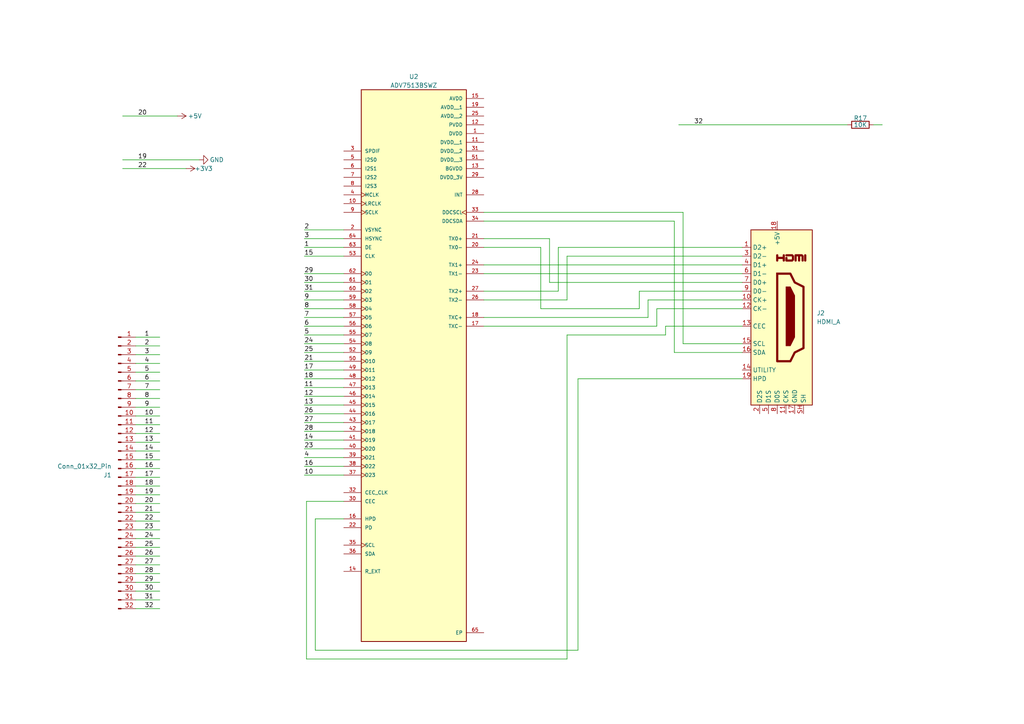
<source format=kicad_sch>
(kicad_sch (version 20230121) (generator eeschema)
  (paper "A4")
  (lib_symbols
    (symbol "Connector:Conn_01x32_Pin" (pin_names (offset 1.016) hide)
      (property "Reference" "J" (at 0 40.64 0))
      (property "Value" "Conn_01x32_Pin" (at 0 -43.18 0))
      (symbol "Conn_01x32_Pin_1_1"
        (polyline (pts (xy 1.27 -40.64) (xy 0.8636 -40.64)) (stroke (width 0.1524)))
        (polyline (pts (xy 1.27 -38.1) (xy 0.8636 -38.1)) (stroke (width 0.1524)))
        (polyline (pts (xy 1.27 -35.56) (xy 0.8636 -35.56)) (stroke (width 0.1524)))
        (polyline (pts (xy 1.27 -33.02) (xy 0.8636 -33.02)) (stroke (width 0.1524)))
        (polyline (pts (xy 1.27 -30.48) (xy 0.8636 -30.48)) (stroke (width 0.1524)))
        (polyline (pts (xy 1.27 -27.94) (xy 0.8636 -27.94)) (stroke (width 0.1524)))
        (polyline (pts (xy 1.27 -25.4) (xy 0.8636 -25.4)) (stroke (width 0.1524)))
        (polyline (pts (xy 1.27 -22.86) (xy 0.8636 -22.86)) (stroke (width 0.1524)))
        (polyline (pts (xy 1.27 -20.32) (xy 0.8636 -20.32)) (stroke (width 0.1524)))
        (polyline (pts (xy 1.27 -17.78) (xy 0.8636 -17.78)) (stroke (width 0.1524)))
        (polyline (pts (xy 1.27 -15.24) (xy 0.8636 -15.24)) (stroke (width 0.1524)))
        (polyline (pts (xy 1.27 -12.7) (xy 0.8636 -12.7)) (stroke (width 0.1524)))
        (polyline (pts (xy 1.27 -10.16) (xy 0.8636 -10.16)) (stroke (width 0.1524)))
        (polyline (pts (xy 1.27 -7.62) (xy 0.8636 -7.62)) (stroke (width 0.1524)))
        (polyline (pts (xy 1.27 -5.08) (xy 0.8636 -5.08)) (stroke (width 0.1524)))
        (polyline (pts (xy 1.27 -2.54) (xy 0.8636 -2.54)) (stroke (width 0.1524)))
        (polyline (pts (xy 1.27 0) (xy 0.8636 0)) (stroke (width 0.1524)))
        (polyline (pts (xy 1.27 2.54) (xy 0.8636 2.54)) (stroke (width 0.1524)))
        (polyline (pts (xy 1.27 5.08) (xy 0.8636 5.08)) (stroke (width 0.1524)))
        (polyline (pts (xy 1.27 7.62) (xy 0.8636 7.62)) (stroke (width 0.1524)))
        (polyline (pts (xy 1.27 10.16) (xy 0.8636 10.16)) (stroke (width 0.1524)))
        (polyline (pts (xy 1.27 12.7) (xy 0.8636 12.7)) (stroke (width 0.1524)))
        (polyline (pts (xy 1.27 15.24) (xy 0.8636 15.24)) (stroke (width 0.1524)))
        (polyline (pts (xy 1.27 17.78) (xy 0.8636 17.78)) (stroke (width 0.1524)))
        (polyline (pts (xy 1.27 20.32) (xy 0.8636 20.32)) (stroke (width 0.1524)))
        (polyline (pts (xy 1.27 22.86) (xy 0.8636 22.86)) (stroke (width 0.1524)))
        (polyline (pts (xy 1.27 25.4) (xy 0.8636 25.4)) (stroke (width 0.1524)))
        (polyline (pts (xy 1.27 27.94) (xy 0.8636 27.94)) (stroke (width 0.1524)))
        (polyline (pts (xy 1.27 30.48) (xy 0.8636 30.48)) (stroke (width 0.1524)))
        (polyline (pts (xy 1.27 33.02) (xy 0.8636 33.02)) (stroke (width 0.1524)))
        (polyline (pts (xy 1.27 35.56) (xy 0.8636 35.56)) (stroke (width 0.1524)))
        (polyline (pts (xy 1.27 38.1) (xy 0.8636 38.1)) (stroke (width 0.1524)))
        (rectangle (start 0.8636 -40.513) (end 0 -40.767) (stroke (width 0.1524)) (fill (type outline)))
        (rectangle (start 0.8636 -37.973) (end 0 -38.227) (stroke (width 0.1524)) (fill (type outline)))
        (rectangle (start 0.8636 -35.433) (end 0 -35.687) (stroke (width 0.1524)) (fill (type outline)))
        (rectangle (start 0.8636 -32.893) (end 0 -33.147) (stroke (width 0.1524)) (fill (type outline)))
        (rectangle (start 0.8636 -30.353) (end 0 -30.607) (stroke (width 0.1524)) (fill (type outline)))
        (rectangle (start 0.8636 -27.813) (end 0 -28.067) (stroke (width 0.1524)) (fill (type outline)))
        (rectangle (start 0.8636 -25.273) (end 0 -25.527) (stroke (width 0.1524)) (fill (type outline)))
        (rectangle (start 0.8636 -22.733) (end 0 -22.987) (stroke (width 0.1524)) (fill (type outline)))
        (rectangle (start 0.8636 -20.193) (end 0 -20.447) (stroke (width 0.1524)) (fill (type outline)))
        (rectangle (start 0.8636 -17.653) (end 0 -17.907) (stroke (width 0.1524)) (fill (type outline)))
        (rectangle (start 0.8636 -15.113) (end 0 -15.367) (stroke (width 0.1524)) (fill (type outline)))
        (rectangle (start 0.8636 -12.573) (end 0 -12.827) (stroke (width 0.1524)) (fill (type outline)))
        (rectangle (start 0.8636 -10.033) (end 0 -10.287) (stroke (width 0.1524)) (fill (type outline)))
        (rectangle (start 0.8636 -7.493) (end 0 -7.747) (stroke (width 0.1524)) (fill (type outline)))
        (rectangle (start 0.8636 -4.953) (end 0 -5.207) (stroke (width 0.1524)) (fill (type outline)))
        (rectangle (start 0.8636 -2.413) (end 0 -2.667) (stroke (width 0.1524)) (fill (type outline)))
        (rectangle (start 0.8636 0.127) (end 0 -0.127) (stroke (width 0.1524)) (fill (type outline)))
        (rectangle (start 0.8636 2.667) (end 0 2.413) (stroke (width 0.1524)) (fill (type outline)))
        (rectangle (start 0.8636 5.207) (end 0 4.953) (stroke (width 0.1524)) (fill (type outline)))
        (rectangle (start 0.8636 7.747) (end 0 7.493) (stroke (width 0.1524)) (fill (type outline)))
        (rectangle (start 0.8636 10.287) (end 0 10.033) (stroke (width 0.1524)) (fill (type outline)))
        (rectangle (start 0.8636 12.827) (end 0 12.573) (stroke (width 0.1524)) (fill (type outline)))
        (rectangle (start 0.8636 15.367) (end 0 15.113) (stroke (width 0.1524)) (fill (type outline)))
        (rectangle (start 0.8636 17.907) (end 0 17.653) (stroke (width 0.1524)) (fill (type outline)))
        (rectangle (start 0.8636 20.447) (end 0 20.193) (stroke (width 0.1524)) (fill (type outline)))
        (rectangle (start 0.8636 22.987) (end 0 22.733) (stroke (width 0.1524)) (fill (type outline)))
        (rectangle (start 0.8636 25.527) (end 0 25.273) (stroke (width 0.1524)) (fill (type outline)))
        (rectangle (start 0.8636 28.067) (end 0 27.813) (stroke (width 0.1524)) (fill (type outline)))
        (rectangle (start 0.8636 30.607) (end 0 30.353) (stroke (width 0.1524)) (fill (type outline)))
        (rectangle (start 0.8636 33.147) (end 0 32.893) (stroke (width 0.1524)) (fill (type outline)))
        (rectangle (start 0.8636 35.687) (end 0 35.433) (stroke (width 0.1524)) (fill (type outline)))
        (rectangle (start 0.8636 38.227) (end 0 37.973) (stroke (width 0.1524)) (fill (type outline)))
        (pin passive line (at 5.08 38.1 180) (length 3.81) (name "Pin_1") (number "1"))
        (pin passive line (at 5.08 15.24 180) (length 3.81) (name "Pin_10") (number "10"))
        (pin passive line (at 5.08 12.7 180) (length 3.81) (name "Pin_11") (number "11"))
        (pin passive line (at 5.08 10.16 180) (length 3.81) (name "Pin_12") (number "12"))
        (pin passive line (at 5.08 7.62 180) (length 3.81) (name "Pin_13") (number "13"))
        (pin passive line (at 5.08 5.08 180) (length 3.81) (name "Pin_14") (number "14"))
        (pin passive line (at 5.08 2.54 180) (length 3.81) (name "Pin_15") (number "15"))
        (pin passive line (at 5.08 0 180) (length 3.81) (name "Pin_16") (number "16"))
        (pin passive line (at 5.08 -2.54 180) (length 3.81) (name "Pin_17") (number "17"))
        (pin passive line (at 5.08 -5.08 180) (length 3.81) (name "Pin_18") (number "18"))
        (pin passive line (at 5.08 -7.62 180) (length 3.81) (name "Pin_19") (number "19"))
        (pin passive line (at 5.08 35.56 180) (length 3.81) (name "Pin_2") (number "2"))
        (pin passive line (at 5.08 -10.16 180) (length 3.81) (name "Pin_20") (number "20"))
        (pin passive line (at 5.08 -12.7 180) (length 3.81) (name "Pin_21") (number "21"))
        (pin passive line (at 5.08 -15.24 180) (length 3.81) (name "Pin_22") (number "22"))
        (pin passive line (at 5.08 -17.78 180) (length 3.81) (name "Pin_23") (number "23"))
        (pin passive line (at 5.08 -20.32 180) (length 3.81) (name "Pin_24") (number "24"))
        (pin passive line (at 5.08 -22.86 180) (length 3.81) (name "Pin_25") (number "25"))
        (pin passive line (at 5.08 -25.4 180) (length 3.81) (name "Pin_26") (number "26"))
        (pin passive line (at 5.08 -27.94 180) (length 3.81) (name "Pin_27") (number "27"))
        (pin passive line (at 5.08 -30.48 180) (length 3.81) (name "Pin_28") (number "28"))
        (pin passive line (at 5.08 -33.02 180) (length 3.81) (name "Pin_29") (number "29"))
        (pin passive line (at 5.08 33.02 180) (length 3.81) (name "Pin_3") (number "3"))
        (pin passive line (at 5.08 -35.56 180) (length 3.81) (name "Pin_30") (number "30"))
        (pin passive line (at 5.08 -38.1 180) (length 3.81) (name "Pin_31") (number "31"))
        (pin passive line (at 5.08 -40.64 180) (length 3.81) (name "Pin_32") (number "32"))
        (pin passive line (at 5.08 30.48 180) (length 3.81) (name "Pin_4") (number "4"))
        (pin passive line (at 5.08 27.94 180) (length 3.81) (name "Pin_5") (number "5"))
        (pin passive line (at 5.08 25.4 180) (length 3.81) (name "Pin_6") (number "6"))
        (pin passive line (at 5.08 22.86 180) (length 3.81) (name "Pin_7") (number "7"))
        (pin passive line (at 5.08 20.32 180) (length 3.81) (name "Pin_8") (number "8"))
        (pin passive line (at 5.08 17.78 180) (length 3.81) (name "Pin_9") (number "9"))
      )
    )
    (symbol "Connector:HDMI_A"
      (property "Reference" "J" (at -6.35 26.67 0))
      (property "Value" "HDMI_A" (at 10.16 26.67 0))
      (symbol "HDMI_A_0_0"
        (polyline (pts (xy 8.128 16.51) (xy 8.128 18.034)) (stroke (width 0.635)))
        (polyline (pts (xy 0 16.51) (xy 0 18.034) (xy 0 17.272) (xy 1.905 17.272) (xy 1.905 18.034) (xy 1.905 16.51)) (stroke (width 0.635)))
        (polyline (pts (xy 2.667 18.034) (xy 4.318 18.034) (xy 4.572 17.78) (xy 4.572 16.764) (xy 4.318 16.51) (xy 2.667 16.51) (xy 2.667 17.272)) (stroke (width 0.635)))
      )
      (symbol "HDMI_A_0_1"
        (rectangle (start -7.62 25.4) (end 10.16 -25.4) (stroke (width 0.254)) (fill (type background)))
        (polyline (pts (xy 2.54 8.89) (xy 3.81 8.89) (xy 5.08 6.35) (xy 5.08 -5.715) (xy 3.81 -8.255) (xy 2.54 -8.255) (xy 2.54 8.89)) (fill (type outline)))
        (polyline (pts (xy 5.334 16.51) (xy 5.334 18.034) (xy 6.35 18.034) (xy 6.35 16.51) (xy 6.35 18.034) (xy 7.112 18.034) (xy 7.366 17.78) (xy 7.366 16.51)) (stroke (width 0.635)))
        (polyline (pts (xy 0 12.7) (xy 0 -12.7) (xy 3.81 -12.7) (xy 5.08 -10.16) (xy 7.62 -8.89) (xy 7.62 8.89) (xy 5.08 10.16) (xy 3.81 12.7) (xy 0 12.7)) (stroke (width 0.635)))
      )
      (symbol "HDMI_A_1_1"
        (pin passive line (at -10.16 20.32 0) (length 2.54) (name "D2+") (number "1"))
        (pin passive line (at -10.16 5.08 0) (length 2.54) (name "CK+") (number "10"))
        (pin power_in line (at 2.54 -27.94 90) (length 2.54) (name "CKS") (number "11"))
        (pin passive line (at -10.16 2.54 0) (length 2.54) (name "CK-") (number "12"))
        (pin bidirectional line (at -10.16 -2.54 0) (length 2.54) (name "CEC") (number "13"))
        (pin passive line (at -10.16 -15.24 0) (length 2.54) (name "UTILITY") (number "14"))
        (pin passive line (at -10.16 -7.62 0) (length 2.54) (name "SCL") (number "15"))
        (pin bidirectional line (at -10.16 -10.16 0) (length 2.54) (name "SDA") (number "16"))
        (pin power_in line (at 5.08 -27.94 90) (length 2.54) (name "GND") (number "17"))
        (pin power_in line (at 0 27.94 270) (length 2.54) (name "+5V") (number "18"))
        (pin passive line (at -10.16 -17.78 0) (length 2.54) (name "HPD") (number "19"))
        (pin power_in line (at -5.08 -27.94 90) (length 2.54) (name "D2S") (number "2"))
        (pin passive line (at -10.16 17.78 0) (length 2.54) (name "D2-") (number "3"))
        (pin passive line (at -10.16 15.24 0) (length 2.54) (name "D1+") (number "4"))
        (pin power_in line (at -2.54 -27.94 90) (length 2.54) (name "D1S") (number "5"))
        (pin passive line (at -10.16 12.7 0) (length 2.54) (name "D1-") (number "6"))
        (pin passive line (at -10.16 10.16 0) (length 2.54) (name "D0+") (number "7"))
        (pin power_in line (at 0 -27.94 90) (length 2.54) (name "D0S") (number "8"))
        (pin passive line (at -10.16 7.62 0) (length 2.54) (name "D0-") (number "9"))
        (pin passive line (at 7.62 -27.94 90) (length 2.54) (name "SH") (number "SH"))
      )
    )
    (symbol "Device:R" (pin_numbers hide) (pin_names (offset 0))
      (property "Reference" "R" (at 2.032 0 90))
      (property "Value" "R" (at 0 0 90))
      (symbol "R_0_1"
        (rectangle (start -1.016 -2.54) (end 1.016 2.54) (stroke (width 0.254)))
      )
      (symbol "R_1_1"
        (pin passive line (at 0 3.81 270) (length 1.27) (name "~") (number "1"))
        (pin passive line (at 0 -3.81 90) (length 1.27) (name "~") (number "2"))
      )
    )
    (symbol "advv:ADV7513BSWZ" (pin_names (offset 1.016))
      (property "Reference" "U" (at -15.24 73.66 0))
      (property "Value" "ADV7513BSWZ" (at -15.24 -88.9 0))
      (symbol "ADV7513BSWZ_0_0"
        (rectangle (start -15.24 -86.36) (end 15.24 73.66) (stroke (width 0.254)) (fill (type background)))
        (pin power_in line (at 20.32 60.96 180) (length 5.08) (name "DVDD") (number "1"))
        (pin input clock (at -20.32 40.64 0) (length 5.08) (name "LRCLK") (number "10"))
        (pin power_in line (at 20.32 58.42 180) (length 5.08) (name "DVDD__1") (number "11"))
        (pin power_in line (at 20.32 63.5 180) (length 5.08) (name "PVDD") (number "12"))
        (pin power_in line (at 20.32 50.8 180) (length 5.08) (name "BGVDD") (number "13"))
        (pin bidirectional line (at -20.32 -66.04 0) (length 5.08) (name "R_EXT") (number "14"))
        (pin power_in line (at 20.32 71.12 180) (length 5.08) (name "AVDD") (number "15"))
        (pin input line (at -20.32 -50.8 0) (length 5.08) (name "HPD") (number "16"))
        (pin output line (at 20.32 5.08 180) (length 5.08) (name "TXC−") (number "17"))
        (pin output line (at 20.32 7.62 180) (length 5.08) (name "TXC+") (number "18"))
        (pin power_in line (at 20.32 68.58 180) (length 5.08) (name "AVDD__1") (number "19"))
        (pin input line (at -20.32 33.02 0) (length 5.08) (name "VSYNC") (number "2"))
        (pin output line (at 20.32 27.94 180) (length 5.08) (name "TX0−") (number "20"))
        (pin output line (at 20.32 30.48 180) (length 5.08) (name "TX0+") (number "21"))
        (pin input line (at -20.32 -53.34 0) (length 5.08) (name "PD") (number "22"))
        (pin output line (at 20.32 20.32 180) (length 5.08) (name "TX1−") (number "23"))
        (pin output line (at 20.32 22.86 180) (length 5.08) (name "TX1+") (number "24"))
        (pin power_in line (at 20.32 66.04 180) (length 5.08) (name "AVDD__2") (number "25"))
        (pin output line (at 20.32 12.7 180) (length 5.08) (name "TX2−") (number "26"))
        (pin output line (at 20.32 15.24 180) (length 5.08) (name "TX2+") (number "27"))
        (pin output line (at 20.32 43.18 180) (length 5.08) (name "INT") (number "28"))
        (pin power_in line (at 20.32 48.26 180) (length 5.08) (name "DVDD_3V") (number "29"))
        (pin input line (at -20.32 55.88 0) (length 5.08) (name "SPDIF") (number "3"))
        (pin bidirectional line (at -20.32 -45.72 0) (length 5.08) (name "CEC") (number "30"))
        (pin power_in line (at 20.32 55.88 180) (length 5.08) (name "DVDD__2") (number "31"))
        (pin input line (at -20.32 -43.18 0) (length 5.08) (name "CEC_CLK") (number "32"))
        (pin output clock (at 20.32 38.1 180) (length 5.08) (name "DDCSCL") (number "33"))
        (pin bidirectional line (at 20.32 35.56 180) (length 5.08) (name "DDCSDA") (number "34"))
        (pin input clock (at -20.32 -58.42 0) (length 5.08) (name "SCL") (number "35"))
        (pin bidirectional line (at -20.32 -60.96 0) (length 5.08) (name "SDA") (number "36"))
        (pin input clock (at -20.32 -38.1 0) (length 5.08) (name "D23") (number "37"))
        (pin input clock (at -20.32 -35.56 0) (length 5.08) (name "D22") (number "38"))
        (pin input clock (at -20.32 -33.02 0) (length 5.08) (name "D21") (number "39"))
        (pin input clock (at -20.32 43.18 0) (length 5.08) (name "MCLK") (number "4"))
        (pin input clock (at -20.32 -30.48 0) (length 5.08) (name "D20") (number "40"))
        (pin input clock (at -20.32 -27.94 0) (length 5.08) (name "D19") (number "41"))
        (pin input clock (at -20.32 -25.4 0) (length 5.08) (name "D18") (number "42"))
        (pin input clock (at -20.32 -22.86 0) (length 5.08) (name "D17") (number "43"))
        (pin input clock (at -20.32 -20.32 0) (length 5.08) (name "D16") (number "44"))
        (pin input clock (at -20.32 -17.78 0) (length 5.08) (name "D15") (number "45"))
        (pin input clock (at -20.32 -15.24 0) (length 5.08) (name "D14") (number "46"))
        (pin input clock (at -20.32 -12.7 0) (length 5.08) (name "D13") (number "47"))
        (pin input clock (at -20.32 -10.16 0) (length 5.08) (name "D12") (number "48"))
        (pin input clock (at -20.32 -7.62 0) (length 5.08) (name "D11") (number "49"))
        (pin input line (at -20.32 53.34 0) (length 5.08) (name "I2S0") (number "5"))
        (pin input clock (at -20.32 -5.08 0) (length 5.08) (name "D10") (number "50"))
        (pin power_in line (at 20.32 53.34 180) (length 5.08) (name "DVDD__3") (number "51"))
        (pin input clock (at -20.32 -2.54 0) (length 5.08) (name "D9") (number "52"))
        (pin input line (at -20.32 25.4 0) (length 5.08) (name "CLK") (number "53"))
        (pin input clock (at -20.32 0 0) (length 5.08) (name "D8") (number "54"))
        (pin input clock (at -20.32 2.54 0) (length 5.08) (name "D7") (number "55"))
        (pin input clock (at -20.32 5.08 0) (length 5.08) (name "D6") (number "56"))
        (pin input clock (at -20.32 7.62 0) (length 5.08) (name "D5") (number "57"))
        (pin input clock (at -20.32 10.16 0) (length 5.08) (name "D4") (number "58"))
        (pin input clock (at -20.32 12.7 0) (length 5.08) (name "D3") (number "59"))
        (pin input line (at -20.32 50.8 0) (length 5.08) (name "I2S1") (number "6"))
        (pin input clock (at -20.32 15.24 0) (length 5.08) (name "D2") (number "60"))
        (pin input clock (at -20.32 17.78 0) (length 5.08) (name "D1") (number "61"))
        (pin input clock (at -20.32 20.32 0) (length 5.08) (name "D0") (number "62"))
        (pin input line (at -20.32 27.94 0) (length 5.08) (name "DE") (number "63"))
        (pin input line (at -20.32 30.48 0) (length 5.08) (name "HSYNC") (number "64"))
        (pin power_in line (at 20.32 -83.82 180) (length 5.08) (name "EP") (number "65"))
        (pin input line (at -20.32 48.26 0) (length 5.08) (name "I2S2") (number "7"))
        (pin input line (at -20.32 45.72 0) (length 5.08) (name "I2S3") (number "8"))
        (pin input clock (at -20.32 38.1 0) (length 5.08) (name "SCLK") (number "9"))
      )
    )
    (symbol "power:+3V3" (power) (pin_names (offset 0))
      (property "Value" "+3V3" (at 0 3.556 0))
      (symbol "+3V3_0_1"
        (polyline (pts (xy -0.762 1.27) (xy 0 2.54)))
        (polyline (pts (xy 0 0) (xy 0 2.54)))
        (polyline (pts (xy 0 2.54) (xy 0.762 1.27)))
      )
      (symbol "+3V3_1_1"
        (pin power_in line (at 0 0 90) (length 0) hide (name "+3V3") (number "1"))
      )
    )
    (symbol "power:+5V" (power) (pin_names (offset 0))
      (property "Value" "+5V" (at 0 3.556 0))
      (symbol "+5V_0_1"
        (polyline (pts (xy -0.762 1.27) (xy 0 2.54)))
        (polyline (pts (xy 0 0) (xy 0 2.54)))
        (polyline (pts (xy 0 2.54) (xy 0.762 1.27)))
      )
      (symbol "+5V_1_1"
        (pin power_in line (at 0 0 90) (length 0) hide (name "+5V") (number "1"))
      )
    )
    (symbol "power:GND" (power) (pin_names (offset 0))
      (property "Value" "GND" (at 0 -3.81 0))
      (symbol "GND_0_1"
        (polyline (pts (xy 0 0) (xy 0 -1.27) (xy 1.27 -1.27) (xy 0 -2.54) (xy -1.27 -1.27) (xy 0 -1.27)))
      )
      (symbol "GND_1_1"
        (pin power_in line (at 0 0 270) (length 0) hide (name "GND") (number "1"))
      )
    )
  )
  (wire (pts (xy 88.265 74.295) (xy 99.695 74.295)))
  (wire (pts (xy 99.695 145.415) (xy 88.9 145.415)))
  (wire (pts (xy 88.265 102.235) (xy 99.695 102.235)))
  (wire (pts (xy 99.695 120.015) (xy 88.265 120.015)))
  (wire (pts (xy 99.695 112.395) (xy 88.265 112.395)))
  (wire (pts (xy 46.355 110.49) (xy 39.37 110.49)))
  (wire (pts (xy 46.355 143.51) (xy 39.37 143.51)))
  (wire (pts (xy 187.96 92.075) (xy 140.335 92.075)))
  (wire (pts (xy 46.355 125.73) (xy 39.37 125.73)))
  (wire (pts (xy 88.265 84.455) (xy 99.695 84.455)))
  (wire (pts (xy 46.355 130.81) (xy 39.37 130.81)))
  (wire (pts (xy 187.96 86.995) (xy 215.265 86.995)))
  (wire (pts (xy 88.265 86.995) (xy 99.695 86.995)))
  (wire (pts (xy 185.42 89.535) (xy 185.42 84.455)))
  (wire (pts (xy 156.845 89.535) (xy 185.42 89.535)))
  (wire (pts (xy 190.5 94.615) (xy 140.335 94.615)))
  (wire (pts (xy 46.355 102.87) (xy 39.37 102.87)))
  (wire (pts (xy 46.355 128.27) (xy 39.37 128.27)))
  (wire (pts (xy 167.64 188.595) (xy 91.44 188.595)))
  (wire (pts (xy 140.335 71.755) (xy 156.845 71.755)))
  (wire (pts (xy 140.335 79.375) (xy 215.265 79.375)))
  (wire (pts (xy 198.12 99.695) (xy 215.265 99.695)))
  (wire (pts (xy 99.695 122.555) (xy 88.265 122.555)))
  (wire (pts (xy 88.265 89.535) (xy 99.695 89.535)))
  (wire (pts (xy 88.265 107.315) (xy 99.695 107.315)))
  (wire (pts (xy 88.265 132.715) (xy 99.695 132.715)))
  (wire (pts (xy 215.265 109.855) (xy 167.64 109.855)))
  (wire (pts (xy 88.265 79.375) (xy 99.695 79.375)))
  (wire (pts (xy 88.265 66.675) (xy 99.695 66.675)))
  (wire (pts (xy 140.335 69.215) (xy 159.385 69.215)))
  (wire (pts (xy 164.465 97.155) (xy 193.04 97.155)))
  (wire (pts (xy 46.355 146.05) (xy 39.37 146.05)))
  (wire (pts (xy 159.385 81.915) (xy 215.265 81.915)))
  (wire (pts (xy 253.365 36.195) (xy 255.905 36.195)))
  (wire (pts (xy 46.355 161.29) (xy 39.37 161.29)))
  (wire (pts (xy 46.355 133.35) (xy 39.37 133.35)))
  (wire (pts (xy 46.355 138.43) (xy 39.37 138.43)))
  (wire (pts (xy 195.58 102.235) (xy 215.265 102.235)))
  (wire (pts (xy 57.785 46.355) (xy 35.56 46.355)))
  (wire (pts (xy 35.56 33.655) (xy 51.435 33.655)))
  (wire (pts (xy 164.465 86.995) (xy 164.465 74.295)))
  (wire (pts (xy 140.335 61.595) (xy 198.12 61.595)))
  (wire (pts (xy 99.695 135.255) (xy 88.265 135.255)))
  (wire (pts (xy 88.265 94.615) (xy 99.695 94.615)))
  (wire (pts (xy 91.44 150.495) (xy 99.695 150.495)))
  (wire (pts (xy 46.355 156.21) (xy 39.37 156.21)))
  (wire (pts (xy 46.355 173.99) (xy 39.37 173.99)))
  (wire (pts (xy 190.5 89.535) (xy 215.265 89.535)))
  (wire (pts (xy 46.355 105.41) (xy 39.37 105.41)))
  (wire (pts (xy 161.925 71.755) (xy 161.925 84.455)))
  (wire (pts (xy 88.9 145.415) (xy 88.9 191.135)))
  (wire (pts (xy 88.265 99.695) (xy 99.695 99.695)))
  (wire (pts (xy 167.64 109.855) (xy 167.64 188.595)))
  (wire (pts (xy 46.355 123.19) (xy 39.37 123.19)))
  (wire (pts (xy 88.265 69.215) (xy 99.695 69.215)))
  (wire (pts (xy 99.695 125.095) (xy 88.265 125.095)))
  (wire (pts (xy 88.265 104.775) (xy 99.695 104.775)))
  (wire (pts (xy 88.265 109.855) (xy 99.695 109.855)))
  (wire (pts (xy 198.12 61.595) (xy 198.12 99.695)))
  (wire (pts (xy 46.355 166.37) (xy 39.37 166.37)))
  (wire (pts (xy 88.265 97.155) (xy 99.695 97.155)))
  (wire (pts (xy 140.335 64.135) (xy 195.58 64.135)))
  (wire (pts (xy 46.355 163.83) (xy 39.37 163.83)))
  (wire (pts (xy 46.355 168.91) (xy 39.37 168.91)))
  (wire (pts (xy 88.265 92.075) (xy 99.695 92.075)))
  (wire (pts (xy 53.975 48.895) (xy 35.56 48.895)))
  (wire (pts (xy 99.695 137.795) (xy 88.265 137.795)))
  (wire (pts (xy 46.355 176.53) (xy 39.37 176.53)))
  (wire (pts (xy 159.385 69.215) (xy 159.385 81.915)))
  (wire (pts (xy 46.355 135.89) (xy 39.37 135.89)))
  (wire (pts (xy 190.5 89.535) (xy 190.5 94.615)))
  (wire (pts (xy 195.58 64.135) (xy 195.58 102.235)))
  (wire (pts (xy 46.355 115.57) (xy 39.37 115.57)))
  (wire (pts (xy 46.355 140.97) (xy 39.37 140.97)))
  (wire (pts (xy 46.355 107.95) (xy 39.37 107.95)))
  (wire (pts (xy 164.465 191.135) (xy 164.465 97.155)))
  (wire (pts (xy 88.265 71.755) (xy 99.695 71.755)))
  (wire (pts (xy 46.355 148.59) (xy 39.37 148.59)))
  (wire (pts (xy 196.85 36.195) (xy 245.745 36.195)))
  (wire (pts (xy 185.42 84.455) (xy 215.265 84.455)))
  (wire (pts (xy 88.265 127.635) (xy 99.695 127.635)))
  (wire (pts (xy 46.355 171.45) (xy 39.37 171.45)))
  (wire (pts (xy 193.04 94.615) (xy 215.265 94.615)))
  (wire (pts (xy 161.925 84.455) (xy 140.335 84.455)))
  (wire (pts (xy 140.335 86.995) (xy 164.465 86.995)))
  (wire (pts (xy 156.845 71.755) (xy 156.845 89.535)))
  (wire (pts (xy 46.355 158.75) (xy 39.37 158.75)))
  (wire (pts (xy 140.335 76.835) (xy 215.265 76.835)))
  (wire (pts (xy 46.355 120.65) (xy 39.37 120.65)))
  (wire (pts (xy 99.695 114.935) (xy 88.265 114.935)))
  (wire (pts (xy 46.355 100.33) (xy 39.37 100.33)))
  (wire (pts (xy 46.355 97.79) (xy 39.37 97.79)))
  (wire (pts (xy 91.44 188.595) (xy 91.44 150.495)))
  (wire (pts (xy 215.265 71.755) (xy 161.925 71.755)))
  (wire (pts (xy 164.465 74.295) (xy 215.265 74.295)))
  (wire (pts (xy 46.355 118.11) (xy 39.37 118.11)))
  (wire (pts (xy 193.04 97.155) (xy 193.04 94.615)))
  (wire (pts (xy 88.265 130.175) (xy 99.695 130.175)))
  (wire (pts (xy 99.695 117.475) (xy 88.265 117.475)))
  (wire (pts (xy 187.96 86.995) (xy 187.96 92.075)))
  (wire (pts (xy 46.355 153.67) (xy 39.37 153.67)))
  (wire (pts (xy 88.9 191.135) (xy 164.465 191.135)))
  (wire (pts (xy 46.355 151.13) (xy 39.37 151.13)))
  (wire (pts (xy 46.355 113.03) (xy 39.37 113.03)))
  (wire (pts (xy 88.265 81.915) (xy 99.695 81.915)))
  (label "24" (at 41.91 156.21 0))
  (label "3" (at 88.265 69.215 0))
  (label "28" (at 41.91 166.37 0))
  (label "2" (at 41.91 100.33 0))
  (label "14" (at 88.265 127.635 0))
  (label "15" (at 41.91 133.35 0))
  (label "7" (at 88.265 92.075 0))
  (label "18" (at 88.265 109.855 0))
  (label "14" (at 41.91 130.81 0))
  (label "6" (at 41.91 110.49 0))
  (label "32" (at 201.295 36.195 0))
  (label "28" (at 88.265 125.095 0))
  (label "22" (at 40.005 48.895 0))
  (label "16" (at 88.265 135.255 0))
  (label "10" (at 88.265 137.795 0))
  (label "1" (at 88.265 71.755 0))
  (label "20" (at 40.005 33.655 0))
  (label "27" (at 88.265 122.555 0))
  (label "8" (at 88.265 89.535 0))
  (label "23" (at 41.91 153.67 0))
  (label "7" (at 41.91 113.03 0))
  (label "17" (at 88.265 107.315 0))
  (label "32" (at 41.91 176.53 0))
  (label "8" (at 41.91 115.57 0))
  (label "20" (at 41.91 146.05 0))
  (label "21" (at 88.265 104.775 0))
  (label "30" (at 41.91 171.45 0))
  (label "19" (at 41.91 143.51 0))
  (label "31" (at 41.91 173.99 0))
  (label "18" (at 41.91 140.97 0))
  (label "27" (at 41.91 163.83 0))
  (label "10" (at 41.91 120.65 0))
  (label "30" (at 88.265 81.915 0))
  (label "3" (at 41.91 102.87 0))
  (label "5" (at 41.91 107.95 0))
  (label "21" (at 41.91 148.59 0))
  (label "24" (at 88.265 99.695 0))
  (label "26" (at 41.91 161.29 0))
  (label "17" (at 41.91 138.43 0))
  (label "4" (at 41.91 105.41 0))
  (label "16" (at 41.91 135.89 0))
  (label "12" (at 88.265 114.935 0))
  (label "5" (at 88.265 97.155 0))
  (label "26" (at 88.265 120.015 0))
  (label "29" (at 41.91 168.91 0))
  (label "6" (at 88.265 94.615 0))
  (label "23" (at 88.265 130.175 0))
  (label "31" (at 88.265 84.455 0))
  (label "12" (at 41.91 125.73 0))
  (label "13" (at 88.265 117.475 0))
  (label "4" (at 88.265 132.715 0))
  (label "15" (at 88.265 74.295 0))
  (label "9" (at 41.91 118.11 0))
  (label "25" (at 88.265 102.235 0))
  (label "9" (at 88.265 86.995 0))
  (label "19" (at 40.005 46.355 0))
  (label "11" (at 41.91 123.19 0))
  (label "22" (at 41.91 151.13 0))
  (label "1" (at 41.91 97.79 0))
  (label "29" (at 88.265 79.375 0))
  (label "25" (at 41.91 158.75 0))
  (label "13" (at 41.91 128.27 0))
  (label "2" (at 88.265 66.675 0))
  (label "11" (at 88.265 112.395 0))
  (symbol (lib_id "Device:R") (at 249.555 36.195 270) (unit 1)
    (property "Reference" "R17" (at 249.555 34.29 90))
    (property "Value" "10K" (at 249.555 36.195 90))
    (property "Footprint" "Resistor_SMD:R_0603_1608Metric" (effects hide))
  )
  (symbol (lib_id "Connector:Conn_01x32_Pin") (at 34.29 135.89 0) (unit 1)
    (property "Reference" "J1" (at 32.385 137.795 0) (effects (justify right)))
    (property "Value" "Conn_01x32_Pin" (at 32.385 135.255 0) (effects (justify right)))
    (property "Footprint" "Connector_FFC-FPC:Hirose_FH12-32S-0.5SH_1x32-1MP_P0.50mm_Horizontal" (effects hide))
  )
  (symbol (lib_id "power:GND") (at 57.785 46.355 90) (unit 1)
    (property "Reference" "#PWR03" (effects hide))
    (property "Value" "GND" (at 62.865 46.355 90))
  )
  (symbol (lib_id "power:+5V") (at 51.435 33.655 270) (unit 1)
    (property "Reference" "#PWR01" (effects hide))
    (property "Value" "+5V" (at 56.515 33.655 90))
  )
  (symbol (lib_id "Connector:HDMI_A") (at 225.425 92.075 0) (unit 1)
    (property "Reference" "J2" (at 236.855 90.805 0) (effects (justify left)))
    (property "Value" "HDMI_A" (at 236.855 93.345 0) (effects (justify left)))
    (property "Datasheet" "https://en.wikipedia.org/wiki/HDMI" (effects hide))
  )
  (symbol (lib_id "power:+3V3") (at 53.975 48.895 270) (unit 1)
    (property "Reference" "#PWR02" (effects hide))
    (property "Value" "+3V3" (at 59.055 48.895 90))
  )
  (symbol (lib_id "advv:ADV7513BSWZ") (at 120.015 99.695 0) (unit 1)
    (property "Reference" "U2" (at 120.015 22.225 0))
    (property "Value" "ADV7513BSWZ" (at 120.015 24.765 0))
    (property "Footprint" "ADV7513BSWZ:QFP50P1200X1200X160-65N" (effects hide))
    (property "MF" "Analog Devices" (effects hide))
    (property "MAXIMUM_PACKAGE_HEIGHT" "1.6mm" (effects hide))
    (property "Package" "LQFP -64 Analog Devices" (effects hide))
    (property "Price" "None" (effects hide))
    (property "Check_prices" "https://www.snapeda.com/parts/ADV7513BSWZ/Analog+Devices/view-part/?ref=eda" (effects hide))
    (property "STANDARD" "IPC 7351B" (effects hide))
    (property "PARTREV" "B" (effects hide))
    (property "SnapEDA_Link" "https://www.snapeda.com/parts/ADV7513BSWZ/Analog+Devices/view-part/?ref=snap" (effects hide))
    (property "MP" "ADV7513BSWZ" (effects hide))
    (property "Description" "\n165 MHz High Performance HDMI Transmitter\n" (effects hide))
    (property "Availability" "In Stock" (effects hide))
    (property "MANUFACTURER" "ANALOG DEVICES" (effects hide))
  )
)
</source>
